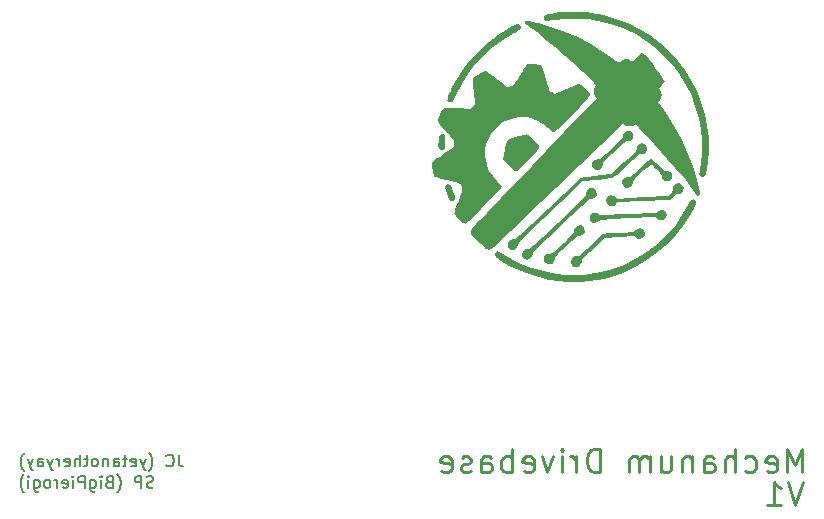
<source format=gbo>
G04 #@! TF.GenerationSoftware,KiCad,Pcbnew,8.0.8*
G04 #@! TF.CreationDate,2025-01-20T09:17:35-05:00*
G04 #@! TF.ProjectId,mechanumDriveTrain,6d656368-616e-4756-9d44-726976655472,rev?*
G04 #@! TF.SameCoordinates,Original*
G04 #@! TF.FileFunction,Legend,Bot*
G04 #@! TF.FilePolarity,Positive*
%FSLAX46Y46*%
G04 Gerber Fmt 4.6, Leading zero omitted, Abs format (unit mm)*
G04 Created by KiCad (PCBNEW 8.0.8) date 2025-01-20 09:17:35*
%MOMM*%
%LPD*%
G01*
G04 APERTURE LIST*
%ADD10C,0.150000*%
%ADD11C,0.250000*%
%ADD12C,0.000000*%
%ADD13C,2.000000*%
%ADD14C,4.300000*%
%ADD15C,1.600000*%
%ADD16O,1.600000X1.600000*%
%ADD17R,1.600000X1.600000*%
%ADD18R,1.700000X1.700000*%
%ADD19O,1.700000X1.700000*%
%ADD20R,3.800000X3.800000*%
%ADD21C,3.800000*%
%ADD22C,1.512000*%
%ADD23C,1.462000*%
%ADD24C,1.412000*%
G04 APERTURE END LIST*
D10*
X42677506Y-99969819D02*
X42677506Y-100684104D01*
X42677506Y-100684104D02*
X42725125Y-100826961D01*
X42725125Y-100826961D02*
X42820363Y-100922200D01*
X42820363Y-100922200D02*
X42963220Y-100969819D01*
X42963220Y-100969819D02*
X43058458Y-100969819D01*
X41629887Y-100874580D02*
X41677506Y-100922200D01*
X41677506Y-100922200D02*
X41820363Y-100969819D01*
X41820363Y-100969819D02*
X41915601Y-100969819D01*
X41915601Y-100969819D02*
X42058458Y-100922200D01*
X42058458Y-100922200D02*
X42153696Y-100826961D01*
X42153696Y-100826961D02*
X42201315Y-100731723D01*
X42201315Y-100731723D02*
X42248934Y-100541247D01*
X42248934Y-100541247D02*
X42248934Y-100398390D01*
X42248934Y-100398390D02*
X42201315Y-100207914D01*
X42201315Y-100207914D02*
X42153696Y-100112676D01*
X42153696Y-100112676D02*
X42058458Y-100017438D01*
X42058458Y-100017438D02*
X41915601Y-99969819D01*
X41915601Y-99969819D02*
X41820363Y-99969819D01*
X41820363Y-99969819D02*
X41677506Y-100017438D01*
X41677506Y-100017438D02*
X41629887Y-100065057D01*
X40153696Y-101350771D02*
X40201315Y-101303152D01*
X40201315Y-101303152D02*
X40296553Y-101160295D01*
X40296553Y-101160295D02*
X40344172Y-101065057D01*
X40344172Y-101065057D02*
X40391791Y-100922200D01*
X40391791Y-100922200D02*
X40439410Y-100684104D01*
X40439410Y-100684104D02*
X40439410Y-100493628D01*
X40439410Y-100493628D02*
X40391791Y-100255533D01*
X40391791Y-100255533D02*
X40344172Y-100112676D01*
X40344172Y-100112676D02*
X40296553Y-100017438D01*
X40296553Y-100017438D02*
X40201315Y-99874580D01*
X40201315Y-99874580D02*
X40153696Y-99826961D01*
X39867981Y-100303152D02*
X39629886Y-100969819D01*
X39391791Y-100303152D02*
X39629886Y-100969819D01*
X39629886Y-100969819D02*
X39725124Y-101207914D01*
X39725124Y-101207914D02*
X39772743Y-101255533D01*
X39772743Y-101255533D02*
X39867981Y-101303152D01*
X38629886Y-100922200D02*
X38725124Y-100969819D01*
X38725124Y-100969819D02*
X38915600Y-100969819D01*
X38915600Y-100969819D02*
X39010838Y-100922200D01*
X39010838Y-100922200D02*
X39058457Y-100826961D01*
X39058457Y-100826961D02*
X39058457Y-100446009D01*
X39058457Y-100446009D02*
X39010838Y-100350771D01*
X39010838Y-100350771D02*
X38915600Y-100303152D01*
X38915600Y-100303152D02*
X38725124Y-100303152D01*
X38725124Y-100303152D02*
X38629886Y-100350771D01*
X38629886Y-100350771D02*
X38582267Y-100446009D01*
X38582267Y-100446009D02*
X38582267Y-100541247D01*
X38582267Y-100541247D02*
X39058457Y-100636485D01*
X38296552Y-100303152D02*
X37915600Y-100303152D01*
X38153695Y-99969819D02*
X38153695Y-100826961D01*
X38153695Y-100826961D02*
X38106076Y-100922200D01*
X38106076Y-100922200D02*
X38010838Y-100969819D01*
X38010838Y-100969819D02*
X37915600Y-100969819D01*
X37153695Y-100969819D02*
X37153695Y-100446009D01*
X37153695Y-100446009D02*
X37201314Y-100350771D01*
X37201314Y-100350771D02*
X37296552Y-100303152D01*
X37296552Y-100303152D02*
X37487028Y-100303152D01*
X37487028Y-100303152D02*
X37582266Y-100350771D01*
X37153695Y-100922200D02*
X37248933Y-100969819D01*
X37248933Y-100969819D02*
X37487028Y-100969819D01*
X37487028Y-100969819D02*
X37582266Y-100922200D01*
X37582266Y-100922200D02*
X37629885Y-100826961D01*
X37629885Y-100826961D02*
X37629885Y-100731723D01*
X37629885Y-100731723D02*
X37582266Y-100636485D01*
X37582266Y-100636485D02*
X37487028Y-100588866D01*
X37487028Y-100588866D02*
X37248933Y-100588866D01*
X37248933Y-100588866D02*
X37153695Y-100541247D01*
X36677504Y-100303152D02*
X36677504Y-100969819D01*
X36677504Y-100398390D02*
X36629885Y-100350771D01*
X36629885Y-100350771D02*
X36534647Y-100303152D01*
X36534647Y-100303152D02*
X36391790Y-100303152D01*
X36391790Y-100303152D02*
X36296552Y-100350771D01*
X36296552Y-100350771D02*
X36248933Y-100446009D01*
X36248933Y-100446009D02*
X36248933Y-100969819D01*
X35629885Y-100969819D02*
X35725123Y-100922200D01*
X35725123Y-100922200D02*
X35772742Y-100874580D01*
X35772742Y-100874580D02*
X35820361Y-100779342D01*
X35820361Y-100779342D02*
X35820361Y-100493628D01*
X35820361Y-100493628D02*
X35772742Y-100398390D01*
X35772742Y-100398390D02*
X35725123Y-100350771D01*
X35725123Y-100350771D02*
X35629885Y-100303152D01*
X35629885Y-100303152D02*
X35487028Y-100303152D01*
X35487028Y-100303152D02*
X35391790Y-100350771D01*
X35391790Y-100350771D02*
X35344171Y-100398390D01*
X35344171Y-100398390D02*
X35296552Y-100493628D01*
X35296552Y-100493628D02*
X35296552Y-100779342D01*
X35296552Y-100779342D02*
X35344171Y-100874580D01*
X35344171Y-100874580D02*
X35391790Y-100922200D01*
X35391790Y-100922200D02*
X35487028Y-100969819D01*
X35487028Y-100969819D02*
X35629885Y-100969819D01*
X35010837Y-100303152D02*
X34629885Y-100303152D01*
X34867980Y-99969819D02*
X34867980Y-100826961D01*
X34867980Y-100826961D02*
X34820361Y-100922200D01*
X34820361Y-100922200D02*
X34725123Y-100969819D01*
X34725123Y-100969819D02*
X34629885Y-100969819D01*
X34296551Y-100969819D02*
X34296551Y-99969819D01*
X33867980Y-100969819D02*
X33867980Y-100446009D01*
X33867980Y-100446009D02*
X33915599Y-100350771D01*
X33915599Y-100350771D02*
X34010837Y-100303152D01*
X34010837Y-100303152D02*
X34153694Y-100303152D01*
X34153694Y-100303152D02*
X34248932Y-100350771D01*
X34248932Y-100350771D02*
X34296551Y-100398390D01*
X33010837Y-100922200D02*
X33106075Y-100969819D01*
X33106075Y-100969819D02*
X33296551Y-100969819D01*
X33296551Y-100969819D02*
X33391789Y-100922200D01*
X33391789Y-100922200D02*
X33439408Y-100826961D01*
X33439408Y-100826961D02*
X33439408Y-100446009D01*
X33439408Y-100446009D02*
X33391789Y-100350771D01*
X33391789Y-100350771D02*
X33296551Y-100303152D01*
X33296551Y-100303152D02*
X33106075Y-100303152D01*
X33106075Y-100303152D02*
X33010837Y-100350771D01*
X33010837Y-100350771D02*
X32963218Y-100446009D01*
X32963218Y-100446009D02*
X32963218Y-100541247D01*
X32963218Y-100541247D02*
X33439408Y-100636485D01*
X32534646Y-100969819D02*
X32534646Y-100303152D01*
X32534646Y-100493628D02*
X32487027Y-100398390D01*
X32487027Y-100398390D02*
X32439408Y-100350771D01*
X32439408Y-100350771D02*
X32344170Y-100303152D01*
X32344170Y-100303152D02*
X32248932Y-100303152D01*
X32010836Y-100303152D02*
X31772741Y-100969819D01*
X31534646Y-100303152D02*
X31772741Y-100969819D01*
X31772741Y-100969819D02*
X31867979Y-101207914D01*
X31867979Y-101207914D02*
X31915598Y-101255533D01*
X31915598Y-101255533D02*
X32010836Y-101303152D01*
X30725122Y-100969819D02*
X30725122Y-100446009D01*
X30725122Y-100446009D02*
X30772741Y-100350771D01*
X30772741Y-100350771D02*
X30867979Y-100303152D01*
X30867979Y-100303152D02*
X31058455Y-100303152D01*
X31058455Y-100303152D02*
X31153693Y-100350771D01*
X30725122Y-100922200D02*
X30820360Y-100969819D01*
X30820360Y-100969819D02*
X31058455Y-100969819D01*
X31058455Y-100969819D02*
X31153693Y-100922200D01*
X31153693Y-100922200D02*
X31201312Y-100826961D01*
X31201312Y-100826961D02*
X31201312Y-100731723D01*
X31201312Y-100731723D02*
X31153693Y-100636485D01*
X31153693Y-100636485D02*
X31058455Y-100588866D01*
X31058455Y-100588866D02*
X30820360Y-100588866D01*
X30820360Y-100588866D02*
X30725122Y-100541247D01*
X30344169Y-100303152D02*
X30106074Y-100969819D01*
X29867979Y-100303152D02*
X30106074Y-100969819D01*
X30106074Y-100969819D02*
X30201312Y-101207914D01*
X30201312Y-101207914D02*
X30248931Y-101255533D01*
X30248931Y-101255533D02*
X30344169Y-101303152D01*
X29582264Y-101350771D02*
X29534645Y-101303152D01*
X29534645Y-101303152D02*
X29439407Y-101160295D01*
X29439407Y-101160295D02*
X29391788Y-101065057D01*
X29391788Y-101065057D02*
X29344169Y-100922200D01*
X29344169Y-100922200D02*
X29296550Y-100684104D01*
X29296550Y-100684104D02*
X29296550Y-100493628D01*
X29296550Y-100493628D02*
X29344169Y-100255533D01*
X29344169Y-100255533D02*
X29391788Y-100112676D01*
X29391788Y-100112676D02*
X29439407Y-100017438D01*
X29439407Y-100017438D02*
X29534645Y-99874580D01*
X29534645Y-99874580D02*
X29582264Y-99826961D01*
D11*
X95545050Y-102242238D02*
X94878384Y-104242238D01*
X94878384Y-104242238D02*
X94211717Y-102242238D01*
X92497431Y-104242238D02*
X93640288Y-104242238D01*
X93068860Y-104242238D02*
X93068860Y-102242238D01*
X93068860Y-102242238D02*
X93259336Y-102527952D01*
X93259336Y-102527952D02*
X93449812Y-102718428D01*
X93449812Y-102718428D02*
X93640288Y-102813666D01*
X95480173Y-101452166D02*
X95480173Y-99452166D01*
X95480173Y-99452166D02*
X94813506Y-100880737D01*
X94813506Y-100880737D02*
X94146840Y-99452166D01*
X94146840Y-99452166D02*
X94146840Y-101452166D01*
X92432554Y-101356928D02*
X92623030Y-101452166D01*
X92623030Y-101452166D02*
X93003983Y-101452166D01*
X93003983Y-101452166D02*
X93194459Y-101356928D01*
X93194459Y-101356928D02*
X93289697Y-101166451D01*
X93289697Y-101166451D02*
X93289697Y-100404547D01*
X93289697Y-100404547D02*
X93194459Y-100214070D01*
X93194459Y-100214070D02*
X93003983Y-100118832D01*
X93003983Y-100118832D02*
X92623030Y-100118832D01*
X92623030Y-100118832D02*
X92432554Y-100214070D01*
X92432554Y-100214070D02*
X92337316Y-100404547D01*
X92337316Y-100404547D02*
X92337316Y-100595023D01*
X92337316Y-100595023D02*
X93289697Y-100785499D01*
X90623030Y-101356928D02*
X90813506Y-101452166D01*
X90813506Y-101452166D02*
X91194459Y-101452166D01*
X91194459Y-101452166D02*
X91384935Y-101356928D01*
X91384935Y-101356928D02*
X91480173Y-101261689D01*
X91480173Y-101261689D02*
X91575411Y-101071213D01*
X91575411Y-101071213D02*
X91575411Y-100499785D01*
X91575411Y-100499785D02*
X91480173Y-100309308D01*
X91480173Y-100309308D02*
X91384935Y-100214070D01*
X91384935Y-100214070D02*
X91194459Y-100118832D01*
X91194459Y-100118832D02*
X90813506Y-100118832D01*
X90813506Y-100118832D02*
X90623030Y-100214070D01*
X89765887Y-101452166D02*
X89765887Y-99452166D01*
X88908744Y-101452166D02*
X88908744Y-100404547D01*
X88908744Y-100404547D02*
X89003982Y-100214070D01*
X89003982Y-100214070D02*
X89194458Y-100118832D01*
X89194458Y-100118832D02*
X89480173Y-100118832D01*
X89480173Y-100118832D02*
X89670649Y-100214070D01*
X89670649Y-100214070D02*
X89765887Y-100309308D01*
X87099220Y-101452166D02*
X87099220Y-100404547D01*
X87099220Y-100404547D02*
X87194458Y-100214070D01*
X87194458Y-100214070D02*
X87384934Y-100118832D01*
X87384934Y-100118832D02*
X87765887Y-100118832D01*
X87765887Y-100118832D02*
X87956363Y-100214070D01*
X87099220Y-101356928D02*
X87289696Y-101452166D01*
X87289696Y-101452166D02*
X87765887Y-101452166D01*
X87765887Y-101452166D02*
X87956363Y-101356928D01*
X87956363Y-101356928D02*
X88051601Y-101166451D01*
X88051601Y-101166451D02*
X88051601Y-100975975D01*
X88051601Y-100975975D02*
X87956363Y-100785499D01*
X87956363Y-100785499D02*
X87765887Y-100690261D01*
X87765887Y-100690261D02*
X87289696Y-100690261D01*
X87289696Y-100690261D02*
X87099220Y-100595023D01*
X86146839Y-100118832D02*
X86146839Y-101452166D01*
X86146839Y-100309308D02*
X86051601Y-100214070D01*
X86051601Y-100214070D02*
X85861125Y-100118832D01*
X85861125Y-100118832D02*
X85575410Y-100118832D01*
X85575410Y-100118832D02*
X85384934Y-100214070D01*
X85384934Y-100214070D02*
X85289696Y-100404547D01*
X85289696Y-100404547D02*
X85289696Y-101452166D01*
X83480172Y-100118832D02*
X83480172Y-101452166D01*
X84337315Y-100118832D02*
X84337315Y-101166451D01*
X84337315Y-101166451D02*
X84242077Y-101356928D01*
X84242077Y-101356928D02*
X84051601Y-101452166D01*
X84051601Y-101452166D02*
X83765886Y-101452166D01*
X83765886Y-101452166D02*
X83575410Y-101356928D01*
X83575410Y-101356928D02*
X83480172Y-101261689D01*
X82527791Y-101452166D02*
X82527791Y-100118832D01*
X82527791Y-100309308D02*
X82432553Y-100214070D01*
X82432553Y-100214070D02*
X82242077Y-100118832D01*
X82242077Y-100118832D02*
X81956362Y-100118832D01*
X81956362Y-100118832D02*
X81765886Y-100214070D01*
X81765886Y-100214070D02*
X81670648Y-100404547D01*
X81670648Y-100404547D02*
X81670648Y-101452166D01*
X81670648Y-100404547D02*
X81575410Y-100214070D01*
X81575410Y-100214070D02*
X81384934Y-100118832D01*
X81384934Y-100118832D02*
X81099220Y-100118832D01*
X81099220Y-100118832D02*
X80908743Y-100214070D01*
X80908743Y-100214070D02*
X80813505Y-100404547D01*
X80813505Y-100404547D02*
X80813505Y-101452166D01*
X78337314Y-101452166D02*
X78337314Y-99452166D01*
X78337314Y-99452166D02*
X77861124Y-99452166D01*
X77861124Y-99452166D02*
X77575409Y-99547404D01*
X77575409Y-99547404D02*
X77384933Y-99737880D01*
X77384933Y-99737880D02*
X77289695Y-99928356D01*
X77289695Y-99928356D02*
X77194457Y-100309308D01*
X77194457Y-100309308D02*
X77194457Y-100595023D01*
X77194457Y-100595023D02*
X77289695Y-100975975D01*
X77289695Y-100975975D02*
X77384933Y-101166451D01*
X77384933Y-101166451D02*
X77575409Y-101356928D01*
X77575409Y-101356928D02*
X77861124Y-101452166D01*
X77861124Y-101452166D02*
X78337314Y-101452166D01*
X76337314Y-101452166D02*
X76337314Y-100118832D01*
X76337314Y-100499785D02*
X76242076Y-100309308D01*
X76242076Y-100309308D02*
X76146838Y-100214070D01*
X76146838Y-100214070D02*
X75956362Y-100118832D01*
X75956362Y-100118832D02*
X75765885Y-100118832D01*
X75099219Y-101452166D02*
X75099219Y-100118832D01*
X75099219Y-99452166D02*
X75194457Y-99547404D01*
X75194457Y-99547404D02*
X75099219Y-99642642D01*
X75099219Y-99642642D02*
X75003981Y-99547404D01*
X75003981Y-99547404D02*
X75099219Y-99452166D01*
X75099219Y-99452166D02*
X75099219Y-99642642D01*
X74337314Y-100118832D02*
X73861124Y-101452166D01*
X73861124Y-101452166D02*
X73384933Y-100118832D01*
X71861123Y-101356928D02*
X72051599Y-101452166D01*
X72051599Y-101452166D02*
X72432552Y-101452166D01*
X72432552Y-101452166D02*
X72623028Y-101356928D01*
X72623028Y-101356928D02*
X72718266Y-101166451D01*
X72718266Y-101166451D02*
X72718266Y-100404547D01*
X72718266Y-100404547D02*
X72623028Y-100214070D01*
X72623028Y-100214070D02*
X72432552Y-100118832D01*
X72432552Y-100118832D02*
X72051599Y-100118832D01*
X72051599Y-100118832D02*
X71861123Y-100214070D01*
X71861123Y-100214070D02*
X71765885Y-100404547D01*
X71765885Y-100404547D02*
X71765885Y-100595023D01*
X71765885Y-100595023D02*
X72718266Y-100785499D01*
X70908742Y-101452166D02*
X70908742Y-99452166D01*
X70908742Y-100214070D02*
X70718266Y-100118832D01*
X70718266Y-100118832D02*
X70337313Y-100118832D01*
X70337313Y-100118832D02*
X70146837Y-100214070D01*
X70146837Y-100214070D02*
X70051599Y-100309308D01*
X70051599Y-100309308D02*
X69956361Y-100499785D01*
X69956361Y-100499785D02*
X69956361Y-101071213D01*
X69956361Y-101071213D02*
X70051599Y-101261689D01*
X70051599Y-101261689D02*
X70146837Y-101356928D01*
X70146837Y-101356928D02*
X70337313Y-101452166D01*
X70337313Y-101452166D02*
X70718266Y-101452166D01*
X70718266Y-101452166D02*
X70908742Y-101356928D01*
X68242075Y-101452166D02*
X68242075Y-100404547D01*
X68242075Y-100404547D02*
X68337313Y-100214070D01*
X68337313Y-100214070D02*
X68527789Y-100118832D01*
X68527789Y-100118832D02*
X68908742Y-100118832D01*
X68908742Y-100118832D02*
X69099218Y-100214070D01*
X68242075Y-101356928D02*
X68432551Y-101452166D01*
X68432551Y-101452166D02*
X68908742Y-101452166D01*
X68908742Y-101452166D02*
X69099218Y-101356928D01*
X69099218Y-101356928D02*
X69194456Y-101166451D01*
X69194456Y-101166451D02*
X69194456Y-100975975D01*
X69194456Y-100975975D02*
X69099218Y-100785499D01*
X69099218Y-100785499D02*
X68908742Y-100690261D01*
X68908742Y-100690261D02*
X68432551Y-100690261D01*
X68432551Y-100690261D02*
X68242075Y-100595023D01*
X67384932Y-101356928D02*
X67194456Y-101452166D01*
X67194456Y-101452166D02*
X66813504Y-101452166D01*
X66813504Y-101452166D02*
X66623027Y-101356928D01*
X66623027Y-101356928D02*
X66527789Y-101166451D01*
X66527789Y-101166451D02*
X66527789Y-101071213D01*
X66527789Y-101071213D02*
X66623027Y-100880737D01*
X66623027Y-100880737D02*
X66813504Y-100785499D01*
X66813504Y-100785499D02*
X67099218Y-100785499D01*
X67099218Y-100785499D02*
X67289694Y-100690261D01*
X67289694Y-100690261D02*
X67384932Y-100499785D01*
X67384932Y-100499785D02*
X67384932Y-100404547D01*
X67384932Y-100404547D02*
X67289694Y-100214070D01*
X67289694Y-100214070D02*
X67099218Y-100118832D01*
X67099218Y-100118832D02*
X66813504Y-100118832D01*
X66813504Y-100118832D02*
X66623027Y-100214070D01*
X64908741Y-101356928D02*
X65099217Y-101452166D01*
X65099217Y-101452166D02*
X65480170Y-101452166D01*
X65480170Y-101452166D02*
X65670646Y-101356928D01*
X65670646Y-101356928D02*
X65765884Y-101166451D01*
X65765884Y-101166451D02*
X65765884Y-100404547D01*
X65765884Y-100404547D02*
X65670646Y-100214070D01*
X65670646Y-100214070D02*
X65480170Y-100118832D01*
X65480170Y-100118832D02*
X65099217Y-100118832D01*
X65099217Y-100118832D02*
X64908741Y-100214070D01*
X64908741Y-100214070D02*
X64813503Y-100404547D01*
X64813503Y-100404547D02*
X64813503Y-100595023D01*
X64813503Y-100595023D02*
X65765884Y-100785499D01*
D10*
X40510839Y-102722200D02*
X40367982Y-102769819D01*
X40367982Y-102769819D02*
X40129887Y-102769819D01*
X40129887Y-102769819D02*
X40034649Y-102722200D01*
X40034649Y-102722200D02*
X39987030Y-102674580D01*
X39987030Y-102674580D02*
X39939411Y-102579342D01*
X39939411Y-102579342D02*
X39939411Y-102484104D01*
X39939411Y-102484104D02*
X39987030Y-102388866D01*
X39987030Y-102388866D02*
X40034649Y-102341247D01*
X40034649Y-102341247D02*
X40129887Y-102293628D01*
X40129887Y-102293628D02*
X40320363Y-102246009D01*
X40320363Y-102246009D02*
X40415601Y-102198390D01*
X40415601Y-102198390D02*
X40463220Y-102150771D01*
X40463220Y-102150771D02*
X40510839Y-102055533D01*
X40510839Y-102055533D02*
X40510839Y-101960295D01*
X40510839Y-101960295D02*
X40463220Y-101865057D01*
X40463220Y-101865057D02*
X40415601Y-101817438D01*
X40415601Y-101817438D02*
X40320363Y-101769819D01*
X40320363Y-101769819D02*
X40082268Y-101769819D01*
X40082268Y-101769819D02*
X39939411Y-101817438D01*
X39510839Y-102769819D02*
X39510839Y-101769819D01*
X39510839Y-101769819D02*
X39129887Y-101769819D01*
X39129887Y-101769819D02*
X39034649Y-101817438D01*
X39034649Y-101817438D02*
X38987030Y-101865057D01*
X38987030Y-101865057D02*
X38939411Y-101960295D01*
X38939411Y-101960295D02*
X38939411Y-102103152D01*
X38939411Y-102103152D02*
X38987030Y-102198390D01*
X38987030Y-102198390D02*
X39034649Y-102246009D01*
X39034649Y-102246009D02*
X39129887Y-102293628D01*
X39129887Y-102293628D02*
X39510839Y-102293628D01*
X37463220Y-103150771D02*
X37510839Y-103103152D01*
X37510839Y-103103152D02*
X37606077Y-102960295D01*
X37606077Y-102960295D02*
X37653696Y-102865057D01*
X37653696Y-102865057D02*
X37701315Y-102722200D01*
X37701315Y-102722200D02*
X37748934Y-102484104D01*
X37748934Y-102484104D02*
X37748934Y-102293628D01*
X37748934Y-102293628D02*
X37701315Y-102055533D01*
X37701315Y-102055533D02*
X37653696Y-101912676D01*
X37653696Y-101912676D02*
X37606077Y-101817438D01*
X37606077Y-101817438D02*
X37510839Y-101674580D01*
X37510839Y-101674580D02*
X37463220Y-101626961D01*
X36748934Y-102246009D02*
X36606077Y-102293628D01*
X36606077Y-102293628D02*
X36558458Y-102341247D01*
X36558458Y-102341247D02*
X36510839Y-102436485D01*
X36510839Y-102436485D02*
X36510839Y-102579342D01*
X36510839Y-102579342D02*
X36558458Y-102674580D01*
X36558458Y-102674580D02*
X36606077Y-102722200D01*
X36606077Y-102722200D02*
X36701315Y-102769819D01*
X36701315Y-102769819D02*
X37082267Y-102769819D01*
X37082267Y-102769819D02*
X37082267Y-101769819D01*
X37082267Y-101769819D02*
X36748934Y-101769819D01*
X36748934Y-101769819D02*
X36653696Y-101817438D01*
X36653696Y-101817438D02*
X36606077Y-101865057D01*
X36606077Y-101865057D02*
X36558458Y-101960295D01*
X36558458Y-101960295D02*
X36558458Y-102055533D01*
X36558458Y-102055533D02*
X36606077Y-102150771D01*
X36606077Y-102150771D02*
X36653696Y-102198390D01*
X36653696Y-102198390D02*
X36748934Y-102246009D01*
X36748934Y-102246009D02*
X37082267Y-102246009D01*
X36082267Y-102769819D02*
X36082267Y-102103152D01*
X36082267Y-101769819D02*
X36129886Y-101817438D01*
X36129886Y-101817438D02*
X36082267Y-101865057D01*
X36082267Y-101865057D02*
X36034648Y-101817438D01*
X36034648Y-101817438D02*
X36082267Y-101769819D01*
X36082267Y-101769819D02*
X36082267Y-101865057D01*
X35177506Y-102103152D02*
X35177506Y-102912676D01*
X35177506Y-102912676D02*
X35225125Y-103007914D01*
X35225125Y-103007914D02*
X35272744Y-103055533D01*
X35272744Y-103055533D02*
X35367982Y-103103152D01*
X35367982Y-103103152D02*
X35510839Y-103103152D01*
X35510839Y-103103152D02*
X35606077Y-103055533D01*
X35177506Y-102722200D02*
X35272744Y-102769819D01*
X35272744Y-102769819D02*
X35463220Y-102769819D01*
X35463220Y-102769819D02*
X35558458Y-102722200D01*
X35558458Y-102722200D02*
X35606077Y-102674580D01*
X35606077Y-102674580D02*
X35653696Y-102579342D01*
X35653696Y-102579342D02*
X35653696Y-102293628D01*
X35653696Y-102293628D02*
X35606077Y-102198390D01*
X35606077Y-102198390D02*
X35558458Y-102150771D01*
X35558458Y-102150771D02*
X35463220Y-102103152D01*
X35463220Y-102103152D02*
X35272744Y-102103152D01*
X35272744Y-102103152D02*
X35177506Y-102150771D01*
X34701315Y-102769819D02*
X34701315Y-101769819D01*
X34701315Y-101769819D02*
X34320363Y-101769819D01*
X34320363Y-101769819D02*
X34225125Y-101817438D01*
X34225125Y-101817438D02*
X34177506Y-101865057D01*
X34177506Y-101865057D02*
X34129887Y-101960295D01*
X34129887Y-101960295D02*
X34129887Y-102103152D01*
X34129887Y-102103152D02*
X34177506Y-102198390D01*
X34177506Y-102198390D02*
X34225125Y-102246009D01*
X34225125Y-102246009D02*
X34320363Y-102293628D01*
X34320363Y-102293628D02*
X34701315Y-102293628D01*
X33701315Y-102769819D02*
X33701315Y-102103152D01*
X33701315Y-101769819D02*
X33748934Y-101817438D01*
X33748934Y-101817438D02*
X33701315Y-101865057D01*
X33701315Y-101865057D02*
X33653696Y-101817438D01*
X33653696Y-101817438D02*
X33701315Y-101769819D01*
X33701315Y-101769819D02*
X33701315Y-101865057D01*
X32844173Y-102722200D02*
X32939411Y-102769819D01*
X32939411Y-102769819D02*
X33129887Y-102769819D01*
X33129887Y-102769819D02*
X33225125Y-102722200D01*
X33225125Y-102722200D02*
X33272744Y-102626961D01*
X33272744Y-102626961D02*
X33272744Y-102246009D01*
X33272744Y-102246009D02*
X33225125Y-102150771D01*
X33225125Y-102150771D02*
X33129887Y-102103152D01*
X33129887Y-102103152D02*
X32939411Y-102103152D01*
X32939411Y-102103152D02*
X32844173Y-102150771D01*
X32844173Y-102150771D02*
X32796554Y-102246009D01*
X32796554Y-102246009D02*
X32796554Y-102341247D01*
X32796554Y-102341247D02*
X33272744Y-102436485D01*
X32367982Y-102769819D02*
X32367982Y-102103152D01*
X32367982Y-102293628D02*
X32320363Y-102198390D01*
X32320363Y-102198390D02*
X32272744Y-102150771D01*
X32272744Y-102150771D02*
X32177506Y-102103152D01*
X32177506Y-102103152D02*
X32082268Y-102103152D01*
X31606077Y-102769819D02*
X31701315Y-102722200D01*
X31701315Y-102722200D02*
X31748934Y-102674580D01*
X31748934Y-102674580D02*
X31796553Y-102579342D01*
X31796553Y-102579342D02*
X31796553Y-102293628D01*
X31796553Y-102293628D02*
X31748934Y-102198390D01*
X31748934Y-102198390D02*
X31701315Y-102150771D01*
X31701315Y-102150771D02*
X31606077Y-102103152D01*
X31606077Y-102103152D02*
X31463220Y-102103152D01*
X31463220Y-102103152D02*
X31367982Y-102150771D01*
X31367982Y-102150771D02*
X31320363Y-102198390D01*
X31320363Y-102198390D02*
X31272744Y-102293628D01*
X31272744Y-102293628D02*
X31272744Y-102579342D01*
X31272744Y-102579342D02*
X31320363Y-102674580D01*
X31320363Y-102674580D02*
X31367982Y-102722200D01*
X31367982Y-102722200D02*
X31463220Y-102769819D01*
X31463220Y-102769819D02*
X31606077Y-102769819D01*
X30415601Y-102103152D02*
X30415601Y-102912676D01*
X30415601Y-102912676D02*
X30463220Y-103007914D01*
X30463220Y-103007914D02*
X30510839Y-103055533D01*
X30510839Y-103055533D02*
X30606077Y-103103152D01*
X30606077Y-103103152D02*
X30748934Y-103103152D01*
X30748934Y-103103152D02*
X30844172Y-103055533D01*
X30415601Y-102722200D02*
X30510839Y-102769819D01*
X30510839Y-102769819D02*
X30701315Y-102769819D01*
X30701315Y-102769819D02*
X30796553Y-102722200D01*
X30796553Y-102722200D02*
X30844172Y-102674580D01*
X30844172Y-102674580D02*
X30891791Y-102579342D01*
X30891791Y-102579342D02*
X30891791Y-102293628D01*
X30891791Y-102293628D02*
X30844172Y-102198390D01*
X30844172Y-102198390D02*
X30796553Y-102150771D01*
X30796553Y-102150771D02*
X30701315Y-102103152D01*
X30701315Y-102103152D02*
X30510839Y-102103152D01*
X30510839Y-102103152D02*
X30415601Y-102150771D01*
X29939410Y-102769819D02*
X29939410Y-102103152D01*
X29939410Y-101769819D02*
X29987029Y-101817438D01*
X29987029Y-101817438D02*
X29939410Y-101865057D01*
X29939410Y-101865057D02*
X29891791Y-101817438D01*
X29891791Y-101817438D02*
X29939410Y-101769819D01*
X29939410Y-101769819D02*
X29939410Y-101865057D01*
X29558458Y-103150771D02*
X29510839Y-103103152D01*
X29510839Y-103103152D02*
X29415601Y-102960295D01*
X29415601Y-102960295D02*
X29367982Y-102865057D01*
X29367982Y-102865057D02*
X29320363Y-102722200D01*
X29320363Y-102722200D02*
X29272744Y-102484104D01*
X29272744Y-102484104D02*
X29272744Y-102293628D01*
X29272744Y-102293628D02*
X29320363Y-102055533D01*
X29320363Y-102055533D02*
X29367982Y-101912676D01*
X29367982Y-101912676D02*
X29415601Y-101817438D01*
X29415601Y-101817438D02*
X29510839Y-101674580D01*
X29510839Y-101674580D02*
X29558458Y-101626961D01*
D12*
G36*
X65580146Y-77076920D02*
G01*
X65627948Y-77099426D01*
X65687854Y-77154246D01*
X65747722Y-77251771D01*
X65817662Y-77409534D01*
X65907785Y-77645065D01*
X65994529Y-77884537D01*
X66058042Y-78080299D01*
X66087478Y-78215124D01*
X66084592Y-78305831D01*
X66051140Y-78369238D01*
X65988875Y-78422164D01*
X65885254Y-78481801D01*
X65768746Y-78502159D01*
X65664397Y-78452434D01*
X65564785Y-78325534D01*
X65462487Y-78114368D01*
X65350080Y-77811843D01*
X65346762Y-77802133D01*
X65267417Y-77557880D01*
X65223411Y-77389397D01*
X65211495Y-77280779D01*
X65228422Y-77216120D01*
X65286411Y-77140358D01*
X65419615Y-77061178D01*
X65580146Y-77076920D01*
G37*
G36*
X65022034Y-72839000D02*
G01*
X65122006Y-72860649D01*
X65188075Y-72920232D01*
X65226954Y-73033201D01*
X65245358Y-73215013D01*
X65250000Y-73481122D01*
X65248856Y-73665305D01*
X65241836Y-73846370D01*
X65225342Y-73964801D01*
X65195892Y-74042157D01*
X65150000Y-74100000D01*
X65034077Y-74179435D01*
X64888102Y-74185877D01*
X64743110Y-74093109D01*
X64741754Y-74091751D01*
X64693629Y-74035394D01*
X64664706Y-73969184D01*
X64652045Y-73870654D01*
X64652703Y-73717337D01*
X64663740Y-73486764D01*
X64665806Y-73450552D01*
X64687845Y-73190544D01*
X64722360Y-73013976D01*
X64776314Y-72906106D01*
X64856667Y-72852194D01*
X64970382Y-72837500D01*
X65022034Y-72839000D01*
G37*
G36*
X83683072Y-79252663D02*
G01*
X83690204Y-79255109D01*
X83843174Y-79353305D01*
X83956009Y-79506020D01*
X84000000Y-79675000D01*
X83999905Y-79682317D01*
X83952287Y-79851249D01*
X83837227Y-80002336D01*
X83683501Y-80097194D01*
X83518082Y-80128619D01*
X83364008Y-80091418D01*
X83200000Y-79972811D01*
X83075000Y-79860281D01*
X80704227Y-79961136D01*
X78333454Y-80061991D01*
X78212283Y-80205995D01*
X78094203Y-80305544D01*
X77923136Y-80358419D01*
X77750205Y-80336922D01*
X77598546Y-80249910D01*
X77491296Y-80106241D01*
X77451591Y-79914772D01*
X77452215Y-79891549D01*
X77473166Y-79746825D01*
X77514091Y-79645667D01*
X77663487Y-79519356D01*
X77853524Y-79466954D01*
X78052823Y-79496564D01*
X78235115Y-79609501D01*
X78350037Y-79717465D01*
X80712519Y-79624528D01*
X83075000Y-79531592D01*
X83169067Y-79412062D01*
X83286420Y-79299144D01*
X83471860Y-79227718D01*
X83683072Y-79252663D01*
G37*
G36*
X72134701Y-72858931D02*
G01*
X72262929Y-72932499D01*
X72452963Y-73081067D01*
X72705965Y-73305499D01*
X72886500Y-73474703D01*
X73039792Y-73628205D01*
X73135968Y-73741570D01*
X73185785Y-73827734D01*
X73200000Y-73899632D01*
X73191372Y-73945792D01*
X73154318Y-74020248D01*
X73081542Y-74123432D01*
X72966062Y-74263757D01*
X72800898Y-74449636D01*
X72579065Y-74689480D01*
X72293583Y-74991702D01*
X72065390Y-75229628D01*
X71836692Y-75463593D01*
X71636442Y-75663801D01*
X71474610Y-75820437D01*
X71361167Y-75923688D01*
X71306083Y-75963740D01*
X71296981Y-75965598D01*
X71206236Y-75960554D01*
X71095124Y-75910088D01*
X70952712Y-75806367D01*
X70768070Y-75641556D01*
X70530263Y-75407821D01*
X70085526Y-74958479D01*
X70272847Y-74166739D01*
X70315778Y-73989876D01*
X70381055Y-73737665D01*
X70439874Y-73529493D01*
X70487097Y-73383208D01*
X70517585Y-73316654D01*
X70572449Y-73287204D01*
X70708045Y-73235465D01*
X70901207Y-73170470D01*
X71130951Y-73098432D01*
X71376293Y-73025561D01*
X71616248Y-72958071D01*
X71829833Y-72902173D01*
X71996064Y-72864078D01*
X72093956Y-72850000D01*
X72134701Y-72858931D01*
G37*
G36*
X71408126Y-63501487D02*
G01*
X71533283Y-63560049D01*
X71619161Y-63680862D01*
X71641248Y-63832261D01*
X71625247Y-63896147D01*
X71580765Y-63959773D01*
X71492871Y-64030535D01*
X71346103Y-64120723D01*
X71125000Y-64242627D01*
X71041235Y-64288142D01*
X70116521Y-64848739D01*
X69263919Y-65476448D01*
X68485350Y-66169222D01*
X67782734Y-66925012D01*
X67157990Y-67741771D01*
X66613038Y-68617449D01*
X66149799Y-69550000D01*
X66086550Y-69691594D01*
X65999838Y-69877754D01*
X65930488Y-70017274D01*
X65889473Y-70087500D01*
X65852994Y-70117077D01*
X65730114Y-70147505D01*
X65588328Y-70129982D01*
X65473959Y-70066815D01*
X65437161Y-70018211D01*
X65415696Y-69936832D01*
X65427418Y-69822393D01*
X65475639Y-69661018D01*
X65563675Y-69438833D01*
X65694838Y-69141960D01*
X65745922Y-69031178D01*
X66221008Y-68130989D01*
X66782959Y-67268598D01*
X67423269Y-66454011D01*
X68133428Y-65697235D01*
X68904928Y-65008276D01*
X69729261Y-64397141D01*
X69815158Y-64340230D01*
X70085647Y-64168748D01*
X70367038Y-64000128D01*
X70643517Y-63842942D01*
X70899273Y-63705764D01*
X71118492Y-63597165D01*
X71285362Y-63525720D01*
X71384070Y-63500000D01*
X71408126Y-63501487D01*
G37*
G36*
X84991068Y-77001772D02*
G01*
X85195275Y-77059027D01*
X85337661Y-77185778D01*
X85406625Y-77366800D01*
X85390564Y-77586870D01*
X85385569Y-77603776D01*
X85287891Y-77756487D01*
X85123727Y-77861157D01*
X84919815Y-77900000D01*
X84848935Y-77912864D01*
X84705920Y-77992326D01*
X84520325Y-78150000D01*
X84510029Y-78159673D01*
X84368148Y-78281013D01*
X84244739Y-78366900D01*
X84165494Y-78399285D01*
X84137207Y-78400046D01*
X84015904Y-78405072D01*
X83811810Y-78414353D01*
X83535697Y-78427373D01*
X83198337Y-78443616D01*
X82810504Y-78462565D01*
X82382968Y-78483706D01*
X81926503Y-78506522D01*
X79778006Y-78614475D01*
X79682098Y-78736403D01*
X79589165Y-78830528D01*
X79480595Y-78902073D01*
X79310557Y-78931375D01*
X79141198Y-78883673D01*
X79000530Y-78773459D01*
X78905433Y-78620028D01*
X78872786Y-78442674D01*
X78919471Y-78260692D01*
X78969689Y-78183254D01*
X79121521Y-78061811D01*
X79305690Y-78016507D01*
X79496127Y-78050600D01*
X79666762Y-78167345D01*
X79775000Y-78280646D01*
X81969762Y-78169822D01*
X84164524Y-78058998D01*
X84351841Y-77841999D01*
X84366725Y-77824637D01*
X84471080Y-77687303D01*
X84515687Y-77580490D01*
X84514616Y-77472233D01*
X84528128Y-77310766D01*
X84618057Y-77154849D01*
X84764049Y-77042895D01*
X84943320Y-77000000D01*
X84991068Y-77001772D01*
G37*
G36*
X76720407Y-80559177D02*
G01*
X76895468Y-80638910D01*
X77009356Y-80790095D01*
X77050000Y-81000000D01*
X77038858Y-81120070D01*
X76959014Y-81299519D01*
X76807256Y-81411418D01*
X76589489Y-81450000D01*
X76551685Y-81450468D01*
X76487505Y-81456903D01*
X76422390Y-81477187D01*
X76346074Y-81519139D01*
X76248293Y-81590573D01*
X76118781Y-81699309D01*
X75947275Y-81853161D01*
X75723508Y-82059949D01*
X75437216Y-82327487D01*
X75397141Y-82365018D01*
X75118802Y-82626676D01*
X74904619Y-82831126D01*
X74746255Y-82987741D01*
X74635376Y-83105894D01*
X74563646Y-83194957D01*
X74522731Y-83264303D01*
X74504294Y-83323304D01*
X74500000Y-83381334D01*
X74499465Y-83406552D01*
X74460951Y-83562583D01*
X74347681Y-83710011D01*
X74241688Y-83803057D01*
X74141970Y-83841314D01*
X74010181Y-83832853D01*
X73906171Y-83806939D01*
X73732115Y-83700951D01*
X73632016Y-83537106D01*
X73616479Y-83328977D01*
X73626735Y-83270346D01*
X73706446Y-83090450D01*
X73852320Y-82984520D01*
X74068040Y-82949463D01*
X74095725Y-82949069D01*
X74159486Y-82942769D01*
X74224490Y-82922612D01*
X74300950Y-82880772D01*
X74399077Y-82809424D01*
X74529084Y-82700743D01*
X74701183Y-82546903D01*
X74925584Y-82340079D01*
X75212500Y-82072444D01*
X75255932Y-82031829D01*
X75533620Y-81771147D01*
X75747212Y-81567526D01*
X75905052Y-81411593D01*
X76015483Y-81293973D01*
X76086850Y-81205292D01*
X76127496Y-81136175D01*
X76145765Y-81077247D01*
X76150000Y-81019135D01*
X76171578Y-80886301D01*
X76270999Y-80715294D01*
X76429601Y-80595280D01*
X76623427Y-80550000D01*
X76720407Y-80559177D01*
G37*
G36*
X81741720Y-80818027D02*
G01*
X81882619Y-80857458D01*
X82041768Y-80974509D01*
X82126865Y-81158487D01*
X82135716Y-81212230D01*
X82115742Y-81404364D01*
X82024315Y-81559303D01*
X81882034Y-81665753D01*
X81709495Y-81712416D01*
X81527297Y-81687999D01*
X81356035Y-81581206D01*
X81225000Y-81456092D01*
X79984768Y-81519815D01*
X78744536Y-81583537D01*
X78459768Y-81857506D01*
X78351896Y-81960512D01*
X78173291Y-82129680D01*
X77955127Y-82335352D01*
X77715499Y-82560473D01*
X77472500Y-82787989D01*
X77248562Y-82998300D01*
X77062070Y-83177594D01*
X76931156Y-83311345D01*
X76846155Y-83410996D01*
X76797404Y-83487988D01*
X76775241Y-83553764D01*
X76770000Y-83619764D01*
X76747168Y-83759082D01*
X76643579Y-83934543D01*
X76475000Y-84052732D01*
X76390835Y-84082326D01*
X76267601Y-84090112D01*
X76123603Y-84040265D01*
X76116644Y-84036963D01*
X75988790Y-83932347D01*
X75889768Y-83779635D01*
X75850000Y-83625000D01*
X75856607Y-83558938D01*
X75931637Y-83392072D01*
X76068523Y-83258547D01*
X76239906Y-83179893D01*
X76418427Y-83177642D01*
X76423107Y-83178575D01*
X76471468Y-83170579D01*
X76545394Y-83130790D01*
X76652575Y-83052893D01*
X76800704Y-82930571D01*
X76997473Y-82757507D01*
X77250574Y-82527385D01*
X77567698Y-82233888D01*
X78610396Y-81263563D01*
X79042698Y-81232780D01*
X79131819Y-81226843D01*
X79373866Y-81212762D01*
X79671797Y-81197310D01*
X79996037Y-81181984D01*
X80317006Y-81168282D01*
X81159012Y-81134566D01*
X81365024Y-80962448D01*
X81387912Y-80943504D01*
X81518408Y-80849445D01*
X81623855Y-80812407D01*
X81741720Y-80818027D01*
G37*
G36*
X80855298Y-72542761D02*
G01*
X80857604Y-72543648D01*
X81031277Y-72652728D01*
X81133337Y-72802635D01*
X81167543Y-72972040D01*
X81137654Y-73139615D01*
X81047429Y-73284033D01*
X80900628Y-73383967D01*
X80701010Y-73418089D01*
X80669347Y-73417786D01*
X80608562Y-73423489D01*
X80544819Y-73444040D01*
X80468133Y-73487103D01*
X80368518Y-73560343D01*
X80235987Y-73671422D01*
X80060555Y-73828005D01*
X79832236Y-74037757D01*
X79541045Y-74308340D01*
X79346203Y-74489950D01*
X79098934Y-74721876D01*
X78911375Y-74901426D01*
X78775211Y-75038060D01*
X78682130Y-75141242D01*
X78623817Y-75220436D01*
X78591961Y-75285103D01*
X78578248Y-75344707D01*
X78574364Y-75408711D01*
X78571227Y-75466606D01*
X78532004Y-75614413D01*
X78431823Y-75731814D01*
X78395850Y-75760105D01*
X78204573Y-75841844D01*
X78003232Y-75831891D01*
X77816425Y-75730306D01*
X77757719Y-75673674D01*
X77693923Y-75560414D01*
X77677273Y-75400000D01*
X77690850Y-75276420D01*
X77777597Y-75101118D01*
X77936230Y-74989290D01*
X78157084Y-74950000D01*
X78189035Y-74949439D01*
X78250862Y-74941945D01*
X78315931Y-74919559D01*
X78394169Y-74874601D01*
X78495500Y-74799393D01*
X78629852Y-74686259D01*
X78807151Y-74527520D01*
X79037321Y-74315498D01*
X79330290Y-74042515D01*
X79444481Y-73935621D01*
X79730960Y-73664254D01*
X79950237Y-73450478D01*
X80108236Y-73288038D01*
X80210879Y-73170679D01*
X80264089Y-73092146D01*
X80273790Y-73046185D01*
X80270951Y-73034404D01*
X80276997Y-72922062D01*
X80317957Y-72784144D01*
X80358991Y-72709883D01*
X80497628Y-72582904D01*
X80674054Y-72522260D01*
X80855298Y-72542761D01*
G37*
G36*
X86344753Y-78397191D02*
G01*
X86364475Y-78408355D01*
X86444936Y-78480153D01*
X86476169Y-78579326D01*
X86456649Y-78719855D01*
X86384849Y-78915721D01*
X86259246Y-79180905D01*
X85912953Y-79809279D01*
X85377410Y-80611154D01*
X84746956Y-81391753D01*
X84019714Y-82153566D01*
X83836439Y-82327425D01*
X83033414Y-83004790D01*
X82173284Y-83602319D01*
X81262020Y-84117250D01*
X80305589Y-84546823D01*
X79309963Y-84888279D01*
X78281110Y-85138854D01*
X77225000Y-85295791D01*
X76859126Y-85323335D01*
X76397090Y-85339306D01*
X75910720Y-85340228D01*
X75439068Y-85326082D01*
X75021184Y-85296851D01*
X74899057Y-85284183D01*
X74032447Y-85151838D01*
X73155778Y-84947731D01*
X72289702Y-84678967D01*
X71454874Y-84352654D01*
X70671945Y-83975899D01*
X69961570Y-83555809D01*
X69873984Y-83497360D01*
X69649104Y-83334815D01*
X69503915Y-83202182D01*
X69430673Y-83088790D01*
X69421635Y-82983968D01*
X69469061Y-82877048D01*
X69547892Y-82791115D01*
X69648605Y-82758481D01*
X69783534Y-82783829D01*
X69966364Y-82869777D01*
X70210780Y-83018944D01*
X70381514Y-83127596D01*
X71287750Y-83634429D01*
X72234396Y-84049834D01*
X73221723Y-84373918D01*
X74250000Y-84606786D01*
X74353678Y-84624201D01*
X74819699Y-84682365D01*
X75345825Y-84721788D01*
X75901440Y-84741786D01*
X76455926Y-84741669D01*
X76978668Y-84720752D01*
X77439047Y-84678348D01*
X78404483Y-84513638D01*
X79409663Y-84247325D01*
X80373826Y-83890233D01*
X81294748Y-83443451D01*
X82170208Y-82908067D01*
X82997983Y-82285171D01*
X83775850Y-81575849D01*
X84066124Y-81275423D01*
X84730882Y-80495213D01*
X85306042Y-79674976D01*
X85794814Y-78810315D01*
X85876788Y-78655782D01*
X85995994Y-78475326D01*
X86106279Y-78377668D01*
X86218809Y-78354420D01*
X86344753Y-78397191D01*
G37*
G36*
X77891548Y-77501422D02*
G01*
X78005737Y-77653488D01*
X78048410Y-77864772D01*
X78039544Y-77968429D01*
X77961261Y-78145655D01*
X77811053Y-78259668D01*
X77599716Y-78300000D01*
X77565373Y-78300806D01*
X77523142Y-78306702D01*
X77475786Y-78322605D01*
X77417686Y-78353416D01*
X77343226Y-78404039D01*
X77246788Y-78479375D01*
X77122753Y-78584328D01*
X76965505Y-78723799D01*
X76769426Y-78902692D01*
X76528898Y-79125908D01*
X76238303Y-79398350D01*
X75892024Y-79724920D01*
X75484444Y-80110522D01*
X75009943Y-80560056D01*
X74712123Y-80842330D01*
X74279242Y-81253008D01*
X73910699Y-81603545D01*
X73601315Y-81899255D01*
X73345911Y-82145448D01*
X73139308Y-82347436D01*
X72976328Y-82510530D01*
X72851792Y-82640043D01*
X72760521Y-82741285D01*
X72697337Y-82819567D01*
X72657061Y-82880202D01*
X72634514Y-82928501D01*
X72624518Y-82969775D01*
X72621894Y-83009335D01*
X72602335Y-83146751D01*
X72500678Y-83324278D01*
X72480777Y-83344181D01*
X72315690Y-83440447D01*
X72132912Y-83456109D01*
X71957064Y-83398509D01*
X71812766Y-83274987D01*
X71724638Y-83092885D01*
X71716536Y-82972174D01*
X71774860Y-82803761D01*
X71898682Y-82665231D01*
X72067488Y-82576995D01*
X72260766Y-82559461D01*
X72275827Y-82559016D01*
X72319414Y-82543238D01*
X72384207Y-82503693D01*
X72475304Y-82435837D01*
X72597801Y-82335124D01*
X72756795Y-82197010D01*
X72957382Y-82016949D01*
X73204660Y-81790396D01*
X73503724Y-81512807D01*
X73859671Y-81179635D01*
X74277598Y-80786336D01*
X74762602Y-80328365D01*
X75128125Y-79982748D01*
X75550278Y-79583168D01*
X75908933Y-79242763D01*
X76209336Y-78956148D01*
X76456733Y-78717939D01*
X76656370Y-78522752D01*
X76813492Y-78365200D01*
X76933346Y-78239900D01*
X77021178Y-78141467D01*
X77082234Y-78064516D01*
X77121760Y-78003662D01*
X77145001Y-77953521D01*
X77157204Y-77908707D01*
X77163614Y-77863836D01*
X77221654Y-77642812D01*
X77341220Y-77496450D01*
X77526600Y-77421401D01*
X77720640Y-77421147D01*
X77891548Y-77501422D01*
G37*
G36*
X82701276Y-74950682D02*
G01*
X82711402Y-74956824D01*
X82797139Y-75023676D01*
X82934065Y-75142580D01*
X83105532Y-75298760D01*
X83294886Y-75477440D01*
X83464498Y-75638933D01*
X83619650Y-75780273D01*
X83733344Y-75871041D01*
X83821698Y-75922246D01*
X83900834Y-75944896D01*
X83986870Y-75950000D01*
X84119041Y-75962933D01*
X84307098Y-76042433D01*
X84428548Y-76181158D01*
X84472551Y-76363761D01*
X84428266Y-76574897D01*
X84425403Y-76581619D01*
X84306786Y-76743926D01*
X84131746Y-76826926D01*
X83910636Y-76825604D01*
X83812724Y-76790615D01*
X83673218Y-76673985D01*
X83584907Y-76513353D01*
X83570963Y-76341732D01*
X83573785Y-76322992D01*
X83569057Y-76259637D01*
X83533314Y-76187786D01*
X83455376Y-76093236D01*
X83324064Y-75961786D01*
X83128200Y-75779232D01*
X83105345Y-75758288D01*
X82928806Y-75598959D01*
X82780466Y-75469224D01*
X82675308Y-75381950D01*
X82628312Y-75350000D01*
X82623403Y-75352213D01*
X82562267Y-75400935D01*
X82442869Y-75505796D01*
X82276500Y-75656590D01*
X82074452Y-75843113D01*
X81848016Y-76055163D01*
X81813573Y-76087646D01*
X81568498Y-76320261D01*
X81386623Y-76497443D01*
X81258657Y-76630110D01*
X81175305Y-76729181D01*
X81127273Y-76805575D01*
X81105270Y-76870212D01*
X81100000Y-76934009D01*
X81100000Y-76934254D01*
X81066417Y-77101475D01*
X80953847Y-77253846D01*
X80862072Y-77327997D01*
X80681790Y-77395502D01*
X80504623Y-77381092D01*
X80351550Y-77293653D01*
X80243547Y-77142070D01*
X80201591Y-76935227D01*
X80210660Y-76830236D01*
X80289261Y-76653481D01*
X80439920Y-76540047D01*
X80652215Y-76500000D01*
X80705892Y-76499915D01*
X80762406Y-76495614D01*
X80819232Y-76480042D01*
X80885509Y-76446120D01*
X80970371Y-76386768D01*
X81082954Y-76294906D01*
X81232396Y-76163452D01*
X81427832Y-75985327D01*
X81678397Y-75753450D01*
X81993230Y-75460742D01*
X82030358Y-75426245D01*
X82248365Y-75225923D01*
X82408103Y-75085404D01*
X82521417Y-74996153D01*
X82600154Y-74949638D01*
X82656158Y-74937326D01*
X82701276Y-74950682D01*
G37*
G36*
X76489162Y-62477742D02*
G01*
X76909815Y-62488740D01*
X77279916Y-62509522D01*
X77575000Y-62540285D01*
X77580534Y-62541081D01*
X78664730Y-62745698D01*
X79707020Y-63040472D01*
X80704913Y-63424020D01*
X81655916Y-63894960D01*
X82557537Y-64451910D01*
X83407282Y-65093488D01*
X84202659Y-65818312D01*
X84941176Y-66625000D01*
X85525178Y-67391701D01*
X86066090Y-68257073D01*
X86527270Y-69171910D01*
X86906143Y-70127482D01*
X87200131Y-71115060D01*
X87406657Y-72125915D01*
X87523144Y-73151317D01*
X87547015Y-74182535D01*
X87475694Y-75210842D01*
X87469489Y-75263567D01*
X87425580Y-75612756D01*
X87385428Y-75877511D01*
X87345762Y-76071346D01*
X87303312Y-76207779D01*
X87254805Y-76300325D01*
X87196971Y-76362500D01*
X87085574Y-76432334D01*
X86968238Y-76434366D01*
X86844196Y-76344195D01*
X86791405Y-76281210D01*
X86759000Y-76181355D01*
X86769716Y-76031695D01*
X86809246Y-75764793D01*
X86865651Y-75346241D01*
X86905412Y-74981298D01*
X86930948Y-74641520D01*
X86944679Y-74298465D01*
X86949024Y-73923688D01*
X86933347Y-73211542D01*
X86877424Y-72516515D01*
X86776275Y-71853863D01*
X86625034Y-71192165D01*
X86418834Y-70500000D01*
X86090719Y-69627064D01*
X85643112Y-68703607D01*
X85107975Y-67828438D01*
X84485493Y-67001853D01*
X83775850Y-66224150D01*
X83057285Y-65564373D01*
X82233128Y-64935043D01*
X81361120Y-64393146D01*
X80443486Y-63939770D01*
X79482447Y-63576003D01*
X78480227Y-63302934D01*
X77439047Y-63121651D01*
X77126803Y-63090771D01*
X76674435Y-63066946D01*
X76178788Y-63058963D01*
X75668338Y-63066327D01*
X75171562Y-63088543D01*
X74716936Y-63125119D01*
X74332936Y-63175559D01*
X74202114Y-63195957D01*
X73990947Y-63221798D01*
X73822201Y-63233683D01*
X73723769Y-63229158D01*
X73626034Y-63173021D01*
X73562929Y-63045903D01*
X73570184Y-62876387D01*
X73592508Y-62821492D01*
X73650078Y-62762360D01*
X73752686Y-62711892D01*
X73913941Y-62665365D01*
X74147453Y-62618058D01*
X74466831Y-62565248D01*
X74483847Y-62562649D01*
X74790303Y-62527670D01*
X75168526Y-62501493D01*
X75594053Y-62484316D01*
X76042420Y-62476333D01*
X76489162Y-62477742D01*
G37*
G36*
X82031043Y-73629847D02*
G01*
X82203847Y-73746153D01*
X82269714Y-73822523D01*
X82347333Y-73999919D01*
X82325377Y-74178812D01*
X82203847Y-74353846D01*
X82153320Y-74400950D01*
X82019655Y-74479185D01*
X81849308Y-74500000D01*
X81843549Y-74500009D01*
X81781809Y-74502872D01*
X81721818Y-74515894D01*
X81654268Y-74546387D01*
X81569851Y-74601662D01*
X81459259Y-74689029D01*
X81313184Y-74815801D01*
X81122318Y-74989287D01*
X80877353Y-75216798D01*
X80568980Y-75505647D01*
X80513461Y-75557694D01*
X80198095Y-75851269D01*
X79944456Y-76082772D01*
X79744225Y-76259116D01*
X79589084Y-76387214D01*
X79470715Y-76473980D01*
X79380799Y-76526328D01*
X79311019Y-76551171D01*
X79278474Y-76557138D01*
X79138158Y-76577323D01*
X78922881Y-76604369D01*
X78649916Y-76636232D01*
X78336532Y-76670869D01*
X78000000Y-76706237D01*
X76875000Y-76821427D01*
X76150000Y-77505771D01*
X75668944Y-77959861D01*
X75035206Y-78558188D01*
X74467909Y-79094077D01*
X73963344Y-79571188D01*
X73517801Y-79993181D01*
X73127573Y-80363715D01*
X72788951Y-80686450D01*
X72498226Y-80965045D01*
X72251689Y-81203160D01*
X72045633Y-81404455D01*
X71876347Y-81572589D01*
X71740124Y-81711222D01*
X71633255Y-81824015D01*
X71552031Y-81914625D01*
X71492744Y-81986714D01*
X71451685Y-82043940D01*
X71425145Y-82089963D01*
X71409416Y-82128444D01*
X71400789Y-82163041D01*
X71395556Y-82197414D01*
X71345561Y-82381959D01*
X71230268Y-82533152D01*
X71187345Y-82566833D01*
X71005140Y-82644160D01*
X70821513Y-82623003D01*
X70646154Y-82503846D01*
X70532630Y-82344329D01*
X70505218Y-82160880D01*
X70573151Y-81953576D01*
X70593429Y-81916704D01*
X70679719Y-81814318D01*
X70802195Y-81763485D01*
X70991590Y-81749193D01*
X71000876Y-81749002D01*
X71038784Y-81744158D01*
X71082795Y-81729380D01*
X71138018Y-81700136D01*
X71209560Y-81651892D01*
X71302530Y-81580115D01*
X71422037Y-81480273D01*
X71573188Y-81347832D01*
X71761093Y-81178259D01*
X71990860Y-80967023D01*
X72267596Y-80709588D01*
X72596411Y-80401424D01*
X72982413Y-80037996D01*
X73430710Y-79614772D01*
X73946411Y-79127218D01*
X76717822Y-76506050D01*
X77046411Y-76471787D01*
X77186219Y-76456947D01*
X77413415Y-76432434D01*
X77696271Y-76401660D01*
X78011963Y-76367108D01*
X78337668Y-76331262D01*
X79300336Y-76225000D01*
X80375168Y-75226732D01*
X80391768Y-75211314D01*
X80697417Y-74926913D01*
X80937771Y-74701223D01*
X81120666Y-74525573D01*
X81253933Y-74391291D01*
X81345405Y-74289709D01*
X81402915Y-74212155D01*
X81434295Y-74149959D01*
X81447380Y-74094451D01*
X81450000Y-74036960D01*
X81462931Y-73920960D01*
X81543483Y-73751323D01*
X81679356Y-73640728D01*
X81849044Y-73597470D01*
X82031043Y-73629847D01*
G37*
G36*
X72261759Y-63221014D02*
G01*
X72433741Y-63251181D01*
X72675309Y-63304325D01*
X73000000Y-63381771D01*
X73089796Y-63403875D01*
X74218374Y-63730922D01*
X75351564Y-64147785D01*
X76474094Y-64647123D01*
X77570691Y-65221594D01*
X78626084Y-65863856D01*
X79625000Y-66566569D01*
X79728953Y-66644602D01*
X79844682Y-66724545D01*
X79917655Y-66755830D01*
X79970289Y-66746103D01*
X80025000Y-66703011D01*
X80196685Y-66585060D01*
X80443450Y-66505740D01*
X80697281Y-66508159D01*
X80931057Y-66595533D01*
X81087114Y-66690693D01*
X81406057Y-66365996D01*
X81582125Y-66193686D01*
X81744285Y-66058450D01*
X81871131Y-65989200D01*
X81976523Y-65978762D01*
X82074321Y-66019956D01*
X82085266Y-66028162D01*
X82165365Y-66109205D01*
X82288911Y-66253003D01*
X82446296Y-66446737D01*
X82627910Y-66677588D01*
X82824145Y-66932734D01*
X83025391Y-67199358D01*
X83222039Y-67464639D01*
X83404481Y-67715757D01*
X83563107Y-67939894D01*
X83688309Y-68124229D01*
X83770476Y-68255943D01*
X83800001Y-68322216D01*
X83773403Y-68398635D01*
X83685014Y-68526728D01*
X83550985Y-68674030D01*
X83546078Y-68678866D01*
X83418975Y-68809043D01*
X83355106Y-68892627D01*
X83343722Y-68949359D01*
X83374078Y-68998980D01*
X83386384Y-69013837D01*
X83456087Y-69124922D01*
X83524865Y-69266963D01*
X83577717Y-69510485D01*
X83533311Y-69750684D01*
X83392453Y-69975957D01*
X83248228Y-70140220D01*
X83366023Y-70282610D01*
X83377694Y-70297050D01*
X83460464Y-70406110D01*
X83582387Y-70572954D01*
X83728975Y-70777584D01*
X83885741Y-71000000D01*
X83924101Y-71055096D01*
X84639433Y-72171049D01*
X85271339Y-73333668D01*
X85815851Y-74534249D01*
X86269002Y-75764086D01*
X86626825Y-77014474D01*
X86637993Y-77060087D01*
X86714880Y-77385730D01*
X86765238Y-77628875D01*
X86790247Y-77801602D01*
X86791089Y-77915991D01*
X86768946Y-77984124D01*
X86725000Y-78018081D01*
X86711951Y-78022778D01*
X86645273Y-78031805D01*
X86576675Y-78004228D01*
X86492720Y-77928431D01*
X86379974Y-77792794D01*
X86225000Y-77585699D01*
X85964853Y-77238128D01*
X85585623Y-76751097D01*
X85157587Y-76219594D01*
X84692697Y-75658414D01*
X84202904Y-75082353D01*
X84049093Y-74905002D01*
X83795277Y-74616218D01*
X83514285Y-74300160D01*
X83216482Y-73968193D01*
X82912234Y-73631685D01*
X82611908Y-73302001D01*
X82325871Y-72990506D01*
X82064488Y-72708569D01*
X81838126Y-72467554D01*
X81657151Y-72278827D01*
X81531929Y-72153756D01*
X81437321Y-72065791D01*
X81366154Y-72017892D01*
X81312287Y-72024824D01*
X81245850Y-72078756D01*
X81167533Y-72127539D01*
X80988738Y-72173337D01*
X80778479Y-72177881D01*
X80573441Y-72141750D01*
X80410309Y-72065527D01*
X80262239Y-71956054D01*
X74774083Y-77215527D01*
X74583928Y-77397735D01*
X73963985Y-77991430D01*
X73363975Y-78565527D01*
X72787915Y-79116206D01*
X72239821Y-79639648D01*
X71723708Y-80132033D01*
X71243592Y-80589543D01*
X70803489Y-81008356D01*
X70407415Y-81384655D01*
X70059386Y-81714618D01*
X69763417Y-81994427D01*
X69523525Y-82220262D01*
X69343725Y-82388303D01*
X69228032Y-82494732D01*
X69180464Y-82535728D01*
X69179392Y-82536340D01*
X69054249Y-82579345D01*
X68902046Y-82598228D01*
X68853260Y-82595819D01*
X68786322Y-82578279D01*
X68708856Y-82535752D01*
X68609052Y-82458868D01*
X68475099Y-82338261D01*
X68295186Y-82164565D01*
X68057505Y-81928413D01*
X67385918Y-81256826D01*
X67414170Y-81046192D01*
X67425389Y-80982640D01*
X67471756Y-80855869D01*
X67562103Y-80722756D01*
X67713518Y-80555279D01*
X67724999Y-80543378D01*
X67810292Y-80454565D01*
X67959171Y-80299228D01*
X68167290Y-80081913D01*
X68430298Y-79807166D01*
X68743848Y-79479532D01*
X69103591Y-79103557D01*
X69505177Y-78683785D01*
X69944259Y-78224764D01*
X70416487Y-77731038D01*
X70917513Y-77207153D01*
X71442987Y-76657654D01*
X71988562Y-76087088D01*
X72549888Y-75500000D01*
X72665485Y-75379096D01*
X73228797Y-74790047D01*
X73778195Y-74215741D01*
X74309080Y-73660977D01*
X74816857Y-73130550D01*
X75296926Y-72629256D01*
X75744692Y-72161893D01*
X76155557Y-71733256D01*
X76524923Y-71348143D01*
X76848193Y-71011349D01*
X77120769Y-70727671D01*
X77338055Y-70501906D01*
X77495453Y-70338850D01*
X77588366Y-70243299D01*
X78061569Y-69761598D01*
X77952057Y-69613474D01*
X77937309Y-69592801D01*
X77830634Y-69354908D01*
X77816566Y-69098637D01*
X77896639Y-68845223D01*
X78005817Y-68635761D01*
X77840409Y-68462266D01*
X77792960Y-68413909D01*
X77646623Y-68271394D01*
X77442968Y-68078343D01*
X77193651Y-67845434D01*
X76910323Y-67583345D01*
X76604637Y-67302754D01*
X76288248Y-67014337D01*
X75972808Y-66728772D01*
X75669971Y-66456736D01*
X75391390Y-66208908D01*
X75148717Y-65995964D01*
X74562377Y-65491841D01*
X73862675Y-64907106D01*
X73218758Y-64389521D01*
X72625000Y-63934489D01*
X72525448Y-63859898D01*
X72323650Y-63706162D01*
X72157272Y-63575978D01*
X72041367Y-63481235D01*
X71990989Y-63433820D01*
X71980860Y-63383930D01*
X72008260Y-63284566D01*
X72027962Y-63255100D01*
X72072406Y-63224300D01*
X72145826Y-63212496D01*
X72261759Y-63221014D01*
G37*
G36*
X72512305Y-66867302D02*
G01*
X72728749Y-66893023D01*
X72952199Y-66927683D01*
X73155964Y-66967293D01*
X73313355Y-67007864D01*
X73397683Y-67045406D01*
X73408151Y-67057323D01*
X73460987Y-67160495D01*
X73529937Y-67344292D01*
X73610288Y-67595273D01*
X73697328Y-67900000D01*
X73778971Y-68201567D01*
X73865183Y-68519459D01*
X73932638Y-68761440D01*
X73986205Y-68938998D01*
X74030757Y-69063620D01*
X74071164Y-69146792D01*
X74112298Y-69200003D01*
X74159029Y-69234740D01*
X74216230Y-69262490D01*
X74288771Y-69294740D01*
X74525080Y-69405421D01*
X75493482Y-69002710D01*
X75571032Y-68970625D01*
X75863168Y-68852730D01*
X76126610Y-68750896D01*
X76345550Y-68670947D01*
X76504177Y-68618707D01*
X76586684Y-68600000D01*
X76620772Y-68606233D01*
X76739637Y-68668968D01*
X76892526Y-68784141D01*
X77060373Y-68933097D01*
X77224110Y-69097180D01*
X77364671Y-69257734D01*
X77462990Y-69396104D01*
X77500000Y-69493633D01*
X77490693Y-69539521D01*
X77438347Y-69635055D01*
X77333515Y-69770528D01*
X77168967Y-69954982D01*
X76937475Y-70197462D01*
X76601101Y-70542699D01*
X76176522Y-70977953D01*
X75813061Y-71349689D01*
X75505748Y-71662801D01*
X75249616Y-71922180D01*
X75039695Y-72132721D01*
X74871016Y-72299315D01*
X74738610Y-72426855D01*
X74637509Y-72520234D01*
X74562743Y-72584346D01*
X74509343Y-72624082D01*
X74472341Y-72644336D01*
X74446768Y-72650000D01*
X74382517Y-72624789D01*
X74257256Y-72544689D01*
X74094052Y-72422752D01*
X73911945Y-72272421D01*
X73549379Y-71988088D01*
X73105743Y-71712087D01*
X72665346Y-71512939D01*
X72244174Y-71399017D01*
X72105556Y-71378827D01*
X71566184Y-71360331D01*
X71042685Y-71434591D01*
X70544484Y-71595897D01*
X70081004Y-71838538D01*
X69661669Y-72156806D01*
X69295904Y-72544990D01*
X68993133Y-72997381D01*
X68762781Y-73508269D01*
X68692519Y-73759460D01*
X68633417Y-74161808D01*
X68620590Y-74589846D01*
X68654572Y-75006577D01*
X68735896Y-75375000D01*
X68761711Y-75453003D01*
X68961997Y-75909467D01*
X69242308Y-76341849D01*
X69612500Y-76765790D01*
X69708931Y-76866284D01*
X69863665Y-77042263D01*
X69964174Y-77179115D01*
X70000000Y-77263409D01*
X69999929Y-77266384D01*
X69992463Y-77296857D01*
X69969213Y-77340047D01*
X69925216Y-77401254D01*
X69855506Y-77485778D01*
X69755119Y-77598920D01*
X69619090Y-77745982D01*
X69442454Y-77932264D01*
X69220247Y-78163066D01*
X68947504Y-78443690D01*
X68619259Y-78779437D01*
X68230549Y-79175606D01*
X67776408Y-79637500D01*
X67672276Y-79742917D01*
X67417877Y-79995361D01*
X67220979Y-80181331D01*
X67074789Y-80306787D01*
X66972515Y-80377690D01*
X66907364Y-80400000D01*
X66869107Y-80391487D01*
X66752292Y-80325256D01*
X66601428Y-80208734D01*
X66435476Y-80060366D01*
X66273397Y-79898598D01*
X66134150Y-79741873D01*
X66036698Y-79608636D01*
X66000000Y-79517332D01*
X66000521Y-79509687D01*
X66023181Y-79414578D01*
X66075430Y-79245087D01*
X66151868Y-79017392D01*
X66247090Y-78747671D01*
X66355697Y-78452102D01*
X66454857Y-78185713D01*
X66554413Y-77908436D01*
X66621919Y-77697994D01*
X66659667Y-77539413D01*
X66669947Y-77417720D01*
X66655051Y-77317939D01*
X66617271Y-77225097D01*
X66558899Y-77124219D01*
X66535065Y-77088146D01*
X66495040Y-77043828D01*
X66436592Y-77004680D01*
X66346534Y-76966165D01*
X66211681Y-76923745D01*
X66018846Y-76872884D01*
X65754845Y-76809045D01*
X65406491Y-76727690D01*
X65282561Y-76698630D01*
X64980144Y-76625014D01*
X64715917Y-76556903D01*
X64504738Y-76498352D01*
X64361461Y-76453412D01*
X64300942Y-76426134D01*
X64281184Y-76382402D01*
X64245579Y-76254216D01*
X64204870Y-76070961D01*
X64163618Y-75858064D01*
X64126383Y-75640952D01*
X64097724Y-75445051D01*
X64082203Y-75295788D01*
X64084379Y-75218590D01*
X64094568Y-75205861D01*
X64173099Y-75140464D01*
X64317895Y-75033155D01*
X64516506Y-74892799D01*
X64756484Y-74728262D01*
X65025380Y-74548409D01*
X65941609Y-73942783D01*
X65975700Y-73694913D01*
X65983025Y-73634122D01*
X65983722Y-73465982D01*
X65942396Y-73361489D01*
X65940865Y-73359561D01*
X65884239Y-73291780D01*
X65774189Y-73162618D01*
X65622116Y-72985367D01*
X65439419Y-72773316D01*
X65237500Y-72539757D01*
X65012721Y-72276431D01*
X64824499Y-72045469D01*
X64696375Y-71872987D01*
X64623243Y-71752066D01*
X64600000Y-71675790D01*
X64600234Y-71668619D01*
X64627594Y-71555692D01*
X64691859Y-71389129D01*
X64780750Y-71193369D01*
X64881987Y-70992851D01*
X64983290Y-70812011D01*
X65072381Y-70675289D01*
X65136978Y-70607122D01*
X65192493Y-70595319D01*
X65346942Y-70587162D01*
X65587120Y-70587107D01*
X65905151Y-70595127D01*
X66293154Y-70611195D01*
X67361307Y-70662222D01*
X67549067Y-70468611D01*
X67736826Y-70275000D01*
X67644986Y-69225000D01*
X67636953Y-69131619D01*
X67612198Y-68820708D01*
X67593185Y-68544707D01*
X67580839Y-68319779D01*
X67576087Y-68162083D01*
X67579854Y-68087779D01*
X67592052Y-68067172D01*
X67677620Y-67991868D01*
X67823218Y-67893974D01*
X68006079Y-67785921D01*
X68203434Y-67680143D01*
X68392516Y-67589074D01*
X68550557Y-67525145D01*
X68654788Y-67500789D01*
X68657482Y-67500827D01*
X68737990Y-67526547D01*
X68869594Y-67602619D01*
X69058176Y-67733098D01*
X69309614Y-67922043D01*
X69629788Y-68173509D01*
X69726486Y-68250051D01*
X69971371Y-68439184D01*
X70188602Y-68600377D01*
X70365742Y-68724785D01*
X70490354Y-68803566D01*
X70550000Y-68827875D01*
X70557342Y-68826062D01*
X70663494Y-68804001D01*
X70805225Y-68778465D01*
X70848363Y-68769831D01*
X70905185Y-68748743D01*
X70962217Y-68707772D01*
X71027984Y-68635931D01*
X71111013Y-68522235D01*
X71219829Y-68355696D01*
X71362959Y-68125330D01*
X71548927Y-67820150D01*
X71614184Y-67713279D01*
X71779011Y-67448828D01*
X71927108Y-67218800D01*
X72049895Y-67036085D01*
X72138791Y-66913575D01*
X72185217Y-66864160D01*
X72207192Y-66858641D01*
X72329556Y-66854512D01*
X72512305Y-66867302D01*
G37*
%LPC*%
D13*
X22400000Y-63775000D03*
D14*
X100000000Y-101000000D03*
D15*
X56375000Y-67855000D03*
D16*
X56375000Y-62775000D03*
D13*
X44300000Y-93300000D03*
X93800000Y-34425000D03*
D17*
X27290000Y-80625000D03*
D15*
X27290000Y-78125000D03*
D13*
X99225000Y-88825000D03*
D18*
X37325000Y-97625000D03*
D19*
X39865000Y-97625000D03*
X42405000Y-97625000D03*
X44945000Y-97625000D03*
X47485000Y-97625000D03*
X50025000Y-97625000D03*
D14*
X25000000Y-32000000D03*
D18*
X73225000Y-97525000D03*
D19*
X75765000Y-97525000D03*
X78305000Y-97525000D03*
X80845000Y-97525000D03*
X83385000Y-97525000D03*
X85925000Y-97525000D03*
D13*
X35300000Y-93800000D03*
D20*
X99485000Y-81575000D03*
D21*
X99485000Y-76575000D03*
D13*
X26925000Y-38525000D03*
D17*
X63290000Y-80625000D03*
D15*
X63290000Y-78125000D03*
D18*
X87157500Y-60640000D03*
X87157500Y-88560000D03*
D19*
X84617500Y-88560000D03*
X84617500Y-60640000D03*
X82077500Y-60640000D03*
X79537500Y-60640000D03*
X76997500Y-60640000D03*
X74457500Y-60640000D03*
X71917500Y-60640000D03*
X69377500Y-60640000D03*
X82077500Y-88560000D03*
X79537500Y-88560000D03*
X76997500Y-88560000D03*
X74457500Y-88560000D03*
X71917500Y-88560000D03*
X69377500Y-88560000D03*
D18*
X87167500Y-63180000D03*
D19*
X87167500Y-65720000D03*
D13*
X93800000Y-30400000D03*
D14*
X100000000Y-32000000D03*
X25000000Y-101000000D03*
D17*
X27290000Y-85275000D03*
D15*
X27290000Y-87775000D03*
D13*
X22500000Y-59725000D03*
X99225000Y-93075000D03*
D17*
X63290000Y-85275000D03*
D15*
X63290000Y-87775000D03*
D13*
X81500000Y-93400000D03*
D18*
X50707500Y-60240000D03*
X50707500Y-88160000D03*
D19*
X48167500Y-88160000D03*
X48167500Y-60240000D03*
X45627500Y-60240000D03*
X43087500Y-60240000D03*
X40547500Y-60240000D03*
X38007500Y-60240000D03*
X35467500Y-60240000D03*
X32927500Y-60240000D03*
X45627500Y-88160000D03*
X43087500Y-88160000D03*
X40547500Y-88160000D03*
X38007500Y-88160000D03*
X35467500Y-88160000D03*
X32927500Y-88160000D03*
D18*
X50717500Y-62780000D03*
D19*
X50717500Y-65320000D03*
D13*
X23175000Y-38525000D03*
D22*
X34320000Y-48500000D03*
X36860000Y-48500000D03*
X39400000Y-48500000D03*
X41940000Y-48500000D03*
X36860000Y-33260000D03*
X67340000Y-48500000D03*
X77500000Y-43420000D03*
X44480000Y-48500000D03*
X47020000Y-48500000D03*
D23*
X38130000Y-45450000D03*
D22*
X49560000Y-48500000D03*
X52100000Y-48500000D03*
X54640000Y-48500000D03*
X57180000Y-48500000D03*
X59720000Y-48500000D03*
X62260000Y-48500000D03*
X64800000Y-48500000D03*
X64800000Y-33260000D03*
X62260000Y-33260000D03*
X59720000Y-33260000D03*
X57180000Y-33260000D03*
X54640000Y-33260000D03*
X52100000Y-33260000D03*
X49560000Y-33260000D03*
X47020000Y-33260000D03*
X44480000Y-33260000D03*
X41940000Y-33260000D03*
X39400000Y-33260000D03*
X69880000Y-48500000D03*
X72420000Y-48500000D03*
X74960000Y-48500000D03*
X77500000Y-48500000D03*
X80040000Y-48500000D03*
X82580000Y-48500000D03*
X85120000Y-48500000D03*
X87660000Y-48500000D03*
X90200000Y-48500000D03*
X90200000Y-33260000D03*
X87660000Y-33260000D03*
X85120000Y-33260000D03*
X82580000Y-33260000D03*
X80040000Y-33260000D03*
X77500000Y-33260000D03*
X74960000Y-33260000D03*
X72420000Y-33260000D03*
X69880000Y-33260000D03*
D23*
X43210000Y-45450000D03*
X40670000Y-45450000D03*
D22*
X31780000Y-48500000D03*
X34320000Y-33260000D03*
D24*
X46750000Y-37710000D03*
D22*
X67340000Y-33260000D03*
X77500000Y-40880000D03*
D24*
X44750000Y-37710000D03*
D22*
X77500000Y-35800000D03*
X77500000Y-38340000D03*
D24*
X44750000Y-35710000D03*
X46750000Y-35710000D03*
X46750000Y-39710000D03*
X44750000Y-39710000D03*
D23*
X45750000Y-45450000D03*
X48290000Y-45450000D03*
D22*
X77500000Y-45960000D03*
X31780000Y-33260000D03*
X34320000Y-35800000D03*
D13*
X71400000Y-93600000D03*
D15*
X91875000Y-68245000D03*
D16*
X91875000Y-63165000D03*
%LPD*%
M02*

</source>
